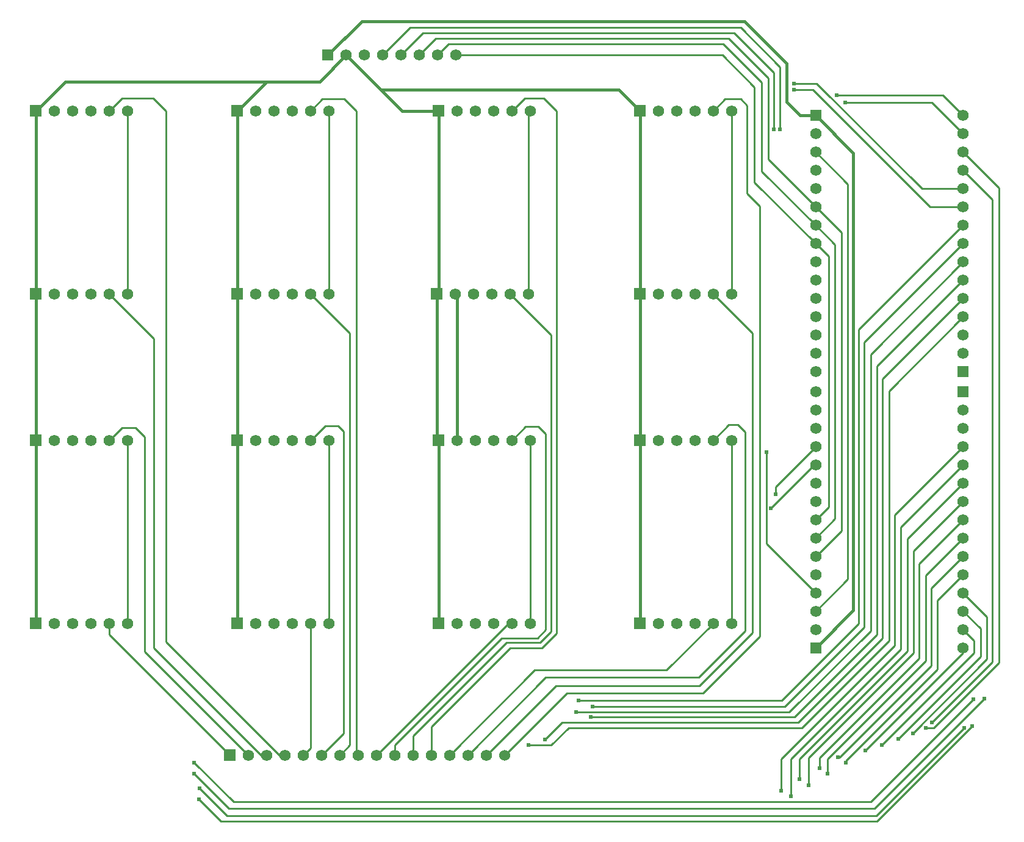
<source format=gtl>
G04 Layer: TopLayer*
G04 EasyEDA v6.5.9, 2022-10-13 02:00:02*
G04 e360aac8450f43158dbdd5a42fdb8d84,1d9ebe74aaba41f0b176b6c48231f753,10*
G04 Gerber Generator version 0.2*
G04 Scale: 100 percent, Rotated: No, Reflected: No *
G04 Dimensions in millimeters *
G04 leading zeros omitted , absolute positions ,4 integer and 5 decimal *
%FSLAX45Y45*%
%MOMM*%

%ADD10C,0.2540*%
%ADD11C,0.4000*%
%ADD12C,1.5748*%
%ADD13C,1.5240*%
%ADD14R,1.5748X1.5748*%
%ADD15C,0.6100*%
%ADD16C,0.0100*%

%LPD*%
D10*
X11049000Y6096000D02*
G01*
X11049000Y8636000D01*
D11*
X12217400Y8572500D02*
G01*
X12738100Y8051800D01*
X12738100Y1704847D01*
X12217400Y1184147D01*
D10*
X11531600Y3898900D02*
G01*
X11531600Y2632075D01*
X12217400Y1946275D01*
X14262100Y6286500D02*
G01*
X13068300Y5092700D01*
X13068300Y1371600D01*
X11925300Y228600D01*
X9093200Y228600D01*
D11*
X4191000Y8636000D02*
G01*
X4597400Y9042400D01*
X4847010Y9042400D01*
D10*
X6210300Y9410700D02*
G01*
X6591300Y9791700D01*
X11176000Y9791700D01*
X11722100Y9245600D01*
X11722100Y8382000D01*
X6464300Y9410700D02*
G01*
X6769100Y9715500D01*
X11087100Y9715500D01*
X11633200Y9169400D01*
X11633200Y8382000D01*
X6718300Y9410700D02*
G01*
X6946900Y9639300D01*
X11010900Y9639300D01*
X11557000Y9093200D01*
X11557000Y7962900D01*
X12217400Y7302500D01*
X12217400Y6794500D02*
G01*
X11366500Y7645400D01*
X11366500Y8966200D01*
X10922000Y9410700D01*
X7226300Y9410700D01*
X12217400Y7048500D02*
G01*
X11468100Y7797800D01*
X11468100Y9029700D01*
X10934700Y9563100D01*
X7124700Y9563100D01*
X6972300Y9410700D01*
D11*
X7213600Y6096000D02*
G01*
X7239000Y6070600D01*
X7239000Y4064000D01*
X4191000Y8636000D02*
G01*
X4191000Y6096000D01*
X6985000Y8636000D02*
G01*
X6477000Y8636000D01*
X5702300Y9410700D01*
D10*
X14262100Y7048500D02*
G01*
X12814300Y5600700D01*
X12814300Y1524000D01*
X11747500Y457200D01*
X8928100Y457200D01*
D11*
X5702300Y9410700D02*
G01*
X5334000Y9042400D01*
X1803400Y9042400D01*
X1397000Y8636000D01*
X1397000Y6096000D02*
G01*
X1397000Y4064000D01*
X1397000Y4064000D02*
G01*
X1397000Y1524000D01*
X6985000Y1524000D02*
G01*
X6985000Y4064000D01*
X9779000Y6096000D02*
G01*
X9779000Y4064000D01*
X9779000Y8636000D02*
G01*
X9779000Y6096000D01*
X9779000Y4064000D02*
G01*
X9779000Y1524000D01*
X6985000Y4064000D02*
G01*
X6959600Y4089400D01*
X6959600Y6096000D01*
X4191000Y4064000D02*
G01*
X4191000Y1524000D01*
X6959600Y6096000D02*
G01*
X6985000Y6121400D01*
X6985000Y8636000D01*
X4191000Y6096000D02*
G01*
X4191000Y4064000D01*
X9779000Y8636000D02*
G01*
X9486900Y8928100D01*
X6184900Y8928100D01*
X5702300Y9410700D01*
X12217400Y8572500D02*
G01*
X12001500Y8572500D01*
X11811000Y8763000D01*
X11811000Y9296400D01*
X11226800Y9880600D01*
X5918200Y9880600D01*
X5448300Y9410700D01*
D10*
X11734800Y-800100D02*
G01*
X11734800Y-355600D01*
X13309600Y1219200D01*
X13309600Y3025650D01*
X14262100Y3978150D01*
X13741400Y76200D02*
G01*
X13855700Y76200D01*
X14757400Y977900D01*
X14757400Y7569200D01*
X14262100Y8064500D01*
X8890000Y292100D02*
G01*
X11849100Y292100D01*
X12979400Y1422400D01*
X12979400Y5257800D01*
X14262100Y6540500D01*
X3657600Y-914400D02*
G01*
X3962400Y-1219200D01*
X13068300Y-1219200D01*
X14389100Y101600D01*
X3670300Y-762000D02*
G01*
X4051300Y-1143000D01*
X13055600Y-1143000D01*
X14274800Y76200D01*
X2413000Y6096000D02*
G01*
X3035300Y5473700D01*
X3035300Y1181100D01*
X4521200Y-304800D01*
X4597400Y-304800D01*
X14262100Y8318500D02*
G01*
X13830300Y8750300D01*
X12623800Y8750300D01*
X12509500Y8851900D02*
G01*
X13982700Y8851900D01*
X14262100Y8572500D01*
X14262100Y7556500D02*
G01*
X13690600Y7556500D01*
X12230100Y9017000D01*
X11912600Y9017000D01*
X11912600Y8928100D02*
G01*
X12179300Y8928100D01*
X13804900Y7302500D01*
X14262100Y7302500D01*
X3594100Y-406400D02*
G01*
X4140200Y-952500D01*
X12979400Y-952500D01*
X14401800Y469900D01*
X3594100Y-558800D02*
G01*
X4076700Y-1041400D01*
X13030200Y-1041400D01*
X14554200Y482600D01*
X12217400Y3978275D02*
G01*
X11658600Y3419475D01*
X11658600Y3314700D01*
X11595100Y3124200D02*
G01*
X12212637Y3741737D01*
X12217400Y3741737D01*
X7899400Y-304800D02*
G01*
X8763000Y558800D01*
X10655300Y558800D01*
X11442700Y1346200D01*
X11442700Y7311389D01*
X11264900Y7489189D01*
X11264900Y8712200D01*
X11176000Y8801100D01*
X10960100Y8801100D01*
X10795000Y8636000D01*
X10795000Y6096000D02*
G01*
X11341100Y5549900D01*
X11341100Y1397000D01*
X10604500Y660400D01*
X8610600Y660400D01*
X7645400Y-304800D01*
X7391400Y-304800D02*
G01*
X8470900Y774700D01*
X10591800Y774700D01*
X11239500Y1422400D01*
X11239500Y4178300D01*
X11137900Y4279900D01*
X11010900Y4279900D01*
X10795000Y4064000D01*
X12382500Y-558800D02*
G01*
X12382500Y-355600D01*
X13741400Y1003300D01*
X13741400Y2187575D01*
X14262100Y2708275D01*
X11988800Y-635000D02*
G01*
X11988800Y-355600D01*
X13487400Y1143000D01*
X13487400Y2695447D01*
X14262100Y3470147D01*
X12115800Y-723900D02*
G01*
X12115800Y-342900D01*
X13576300Y1117600D01*
X13576300Y2530347D01*
X14262100Y3216147D01*
X12217400Y8064500D02*
G01*
X12661900Y7620000D01*
X12661900Y2136775D01*
X12217400Y1692275D01*
X14262100Y6794500D02*
G01*
X12890500Y5422900D01*
X12890500Y1473200D01*
X11785600Y368300D01*
X9118600Y368300D01*
X14262100Y6032500D02*
G01*
X13144500Y4914900D01*
X13144500Y1320800D01*
X11976100Y152400D01*
X8699500Y152400D01*
X8458200Y-88900D01*
X14262100Y5778500D02*
G01*
X13233400Y4749800D01*
X13233400Y1282700D01*
X12026900Y76200D01*
X8788400Y76200D01*
X8547100Y-165100D01*
X8229600Y-165100D01*
X13563600Y0D02*
G01*
X14592300Y1028700D01*
X14592300Y1615947D01*
X14262100Y1946147D01*
X13830300Y152400D02*
G01*
X14668500Y990600D01*
X14668500Y7404100D01*
X14262100Y7810500D01*
X13360400Y-76200D02*
G01*
X14503400Y1066800D01*
X14503400Y1450847D01*
X14262100Y1692147D01*
X12636500Y-406400D02*
G01*
X12636500Y-381000D01*
X13906500Y889000D01*
X13906500Y1844675D01*
X14262100Y2200275D01*
X14262100Y2454275D02*
G01*
X13817600Y2009775D01*
X13817600Y939800D01*
X12547600Y-330200D01*
X12522200Y-330200D01*
X12268200Y-482600D02*
G01*
X12268200Y-342900D01*
X13652500Y1041400D01*
X13652500Y2352675D01*
X14262100Y2962275D01*
X11874500Y-876300D02*
G01*
X11874500Y-355600D01*
X13398500Y1168400D01*
X13398500Y2860675D01*
X14262100Y3724275D01*
X12217400Y7302500D02*
G01*
X12573000Y6946900D01*
X12573000Y2809747D01*
X12217400Y2454147D01*
X12217400Y2708275D02*
G01*
X12484100Y2974975D01*
X12484100Y6781800D01*
X12217400Y7048500D01*
X12217400Y6794500D02*
G01*
X12395200Y6616700D01*
X12395200Y3140075D01*
X12217400Y2962275D01*
X8255000Y8636000D02*
G01*
X8229600Y8610600D01*
X8229600Y6096000D01*
X14262100Y1438150D02*
G01*
X14414500Y1285750D01*
X14414500Y1117600D01*
X13131800Y-165100D01*
X14262100Y1184275D02*
G01*
X14262100Y1117600D01*
X12903200Y-241300D01*
X8001000Y8636000D02*
G01*
X8178800Y8813800D01*
X8445500Y8813800D01*
X8623300Y8636000D01*
X8623300Y1384300D01*
X8420100Y1181100D01*
X7975600Y1181100D01*
X6883400Y88900D01*
X6883400Y-304800D01*
X4343400Y-304800D02*
G01*
X2908300Y1130300D01*
X2908300Y4114800D01*
X2781300Y4241800D01*
X2590800Y4241800D01*
X2413000Y4064000D01*
X4851400Y-304800D02*
G01*
X4775200Y-304800D01*
X3200400Y1270000D01*
X3200400Y8636000D01*
X3022600Y8813800D01*
X2590800Y8813800D01*
X2413000Y8636000D01*
X5207000Y8636000D02*
G01*
X5372100Y8801100D01*
X5676900Y8801100D01*
X5842000Y8636000D01*
X5842000Y-279400D01*
X5867400Y-304800D01*
X5207000Y6096000D02*
G01*
X5753100Y5549900D01*
X5753100Y-165100D01*
X5613400Y-304800D01*
X5359400Y-304800D02*
G01*
X5664200Y0D01*
X5664200Y4191000D01*
X5588000Y4267200D01*
X5410200Y4267200D01*
X5207000Y4064000D01*
X6375400Y-304800D02*
G01*
X6375400Y-165100D01*
X7861300Y1320800D01*
X8356600Y1320800D01*
X8470900Y1435100D01*
X8470900Y4152900D01*
X8369300Y4254500D01*
X8191500Y4254500D01*
X8001000Y4064000D01*
X7975600Y6096000D02*
G01*
X8547100Y5524500D01*
X8547100Y1409700D01*
X8394700Y1257300D01*
X7924800Y1257300D01*
X6629400Y-38100D01*
X6629400Y-304800D01*
X7137400Y-304800D02*
G01*
X8318500Y876300D01*
X10147300Y876300D01*
X10795000Y1524000D01*
X6121400Y-304800D02*
G01*
X7950200Y1524000D01*
X8001000Y1524000D01*
X5461000Y6096000D02*
G01*
X5461000Y8636000D01*
X11049000Y4064000D02*
G01*
X11049000Y1524000D01*
X8255000Y4064000D02*
G01*
X8255000Y1524000D01*
X5461000Y1524000D02*
G01*
X5461000Y4064000D01*
X5105400Y-304800D02*
G01*
X5207000Y-203200D01*
X5207000Y1524000D01*
X8255000Y8636000D02*
G01*
X8229600Y8610600D01*
X2667000Y8636000D02*
G01*
X2667000Y6096000D01*
X2667000Y4064000D02*
G01*
X2667000Y1524000D01*
X4089400Y-304800D02*
G01*
X2413000Y1371600D01*
X2413000Y1524000D01*
D11*
X1397000Y8636000D02*
G01*
X1397000Y6096000D01*
D12*
G01*
X2667000Y4064000D03*
G01*
X2413000Y4064000D03*
G01*
X2159000Y4064000D03*
G01*
X1905000Y4064000D03*
G01*
X1651000Y4064000D03*
G36*
X1318260Y4142739D02*
G01*
X1475739Y4142739D01*
X1475739Y3985260D01*
X1318260Y3985260D01*
G37*
G01*
X2667000Y8636000D03*
G01*
X2413000Y8636000D03*
G01*
X2159000Y8636000D03*
G01*
X1905000Y8636000D03*
G01*
X1651000Y8636000D03*
G36*
X1318260Y8714739D02*
G01*
X1475739Y8714739D01*
X1475739Y8557260D01*
X1318260Y8557260D01*
G37*
G01*
X5461000Y4064000D03*
G01*
X5207000Y4064000D03*
G01*
X4953000Y4064000D03*
G01*
X4699000Y4064000D03*
G01*
X4445000Y4064000D03*
G36*
X4112259Y4142739D02*
G01*
X4269740Y4142739D01*
X4269740Y3985260D01*
X4112259Y3985260D01*
G37*
G01*
X5461000Y8636000D03*
G01*
X5207000Y8636000D03*
G01*
X4953000Y8636000D03*
G01*
X4699000Y8636000D03*
G01*
X4445000Y8636000D03*
G36*
X4112259Y8714739D02*
G01*
X4269740Y8714739D01*
X4269740Y8557260D01*
X4112259Y8557260D01*
G37*
G01*
X8255000Y4064000D03*
G01*
X8001000Y4064000D03*
G01*
X7747000Y4064000D03*
G01*
X7493000Y4064000D03*
G01*
X7239000Y4064000D03*
G36*
X6906259Y4142739D02*
G01*
X7063740Y4142739D01*
X7063740Y3985260D01*
X6906259Y3985260D01*
G37*
G01*
X8255000Y8636000D03*
G01*
X8001000Y8636000D03*
G01*
X7747000Y8636000D03*
G01*
X7493000Y8636000D03*
G01*
X7239000Y8636000D03*
G36*
X6906259Y8714739D02*
G01*
X7063740Y8714739D01*
X7063740Y8557260D01*
X6906259Y8557260D01*
G37*
G01*
X11049000Y4064000D03*
G01*
X10795000Y4064000D03*
G01*
X10541000Y4064000D03*
G01*
X10287000Y4064000D03*
G01*
X10033000Y4064000D03*
G36*
X9700259Y4142739D02*
G01*
X9857740Y4142739D01*
X9857740Y3985260D01*
X9700259Y3985260D01*
G37*
G01*
X11049000Y8636000D03*
G01*
X10795000Y8636000D03*
G01*
X10541000Y8636000D03*
G01*
X10287000Y8636000D03*
G01*
X10033000Y8636000D03*
G36*
X9700259Y8714739D02*
G01*
X9857740Y8714739D01*
X9857740Y8557260D01*
X9700259Y8557260D01*
G37*
G01*
X2667000Y1524000D03*
G01*
X2413000Y1524000D03*
G01*
X2159000Y1524000D03*
G01*
X1905000Y1524000D03*
G01*
X1651000Y1524000D03*
G36*
X1318260Y1602739D02*
G01*
X1475739Y1602739D01*
X1475739Y1445260D01*
X1318260Y1445260D01*
G37*
G01*
X2667000Y6096000D03*
G01*
X2413000Y6096000D03*
G01*
X2159000Y6096000D03*
G01*
X1905000Y6096000D03*
G01*
X1651000Y6096000D03*
G36*
X1318260Y6174739D02*
G01*
X1475739Y6174739D01*
X1475739Y6017260D01*
X1318260Y6017260D01*
G37*
G01*
X5461000Y1524000D03*
G01*
X5207000Y1524000D03*
G01*
X4953000Y1524000D03*
G01*
X4699000Y1524000D03*
G01*
X4445000Y1524000D03*
G36*
X4112259Y1602739D02*
G01*
X4269740Y1602739D01*
X4269740Y1445260D01*
X4112259Y1445260D01*
G37*
G01*
X5461000Y6096000D03*
G01*
X5207000Y6096000D03*
G01*
X4953000Y6096000D03*
G01*
X4699000Y6096000D03*
G01*
X4445000Y6096000D03*
G36*
X4112259Y6174739D02*
G01*
X4269740Y6174739D01*
X4269740Y6017260D01*
X4112259Y6017260D01*
G37*
G01*
X8255000Y1524000D03*
G01*
X8001000Y1524000D03*
G01*
X7747000Y1524000D03*
G01*
X7493000Y1524000D03*
G01*
X7239000Y1524000D03*
G36*
X6906259Y1602739D02*
G01*
X7063740Y1602739D01*
X7063740Y1445260D01*
X6906259Y1445260D01*
G37*
G01*
X8229600Y6096000D03*
G01*
X7975600Y6096000D03*
G01*
X7721600Y6096000D03*
G01*
X7467600Y6096000D03*
G01*
X7213600Y6096000D03*
G36*
X6880859Y6174739D02*
G01*
X7038340Y6174739D01*
X7038340Y6017260D01*
X6880859Y6017260D01*
G37*
G01*
X11049000Y1524000D03*
G01*
X10795000Y1524000D03*
G01*
X10541000Y1524000D03*
G01*
X10287000Y1524000D03*
G01*
X10033000Y1524000D03*
G36*
X9700259Y1602739D02*
G01*
X9857740Y1602739D01*
X9857740Y1445260D01*
X9700259Y1445260D01*
G37*
G01*
X11049000Y6096000D03*
G01*
X10795000Y6096000D03*
G01*
X10541000Y6096000D03*
G01*
X10287000Y6096000D03*
G01*
X10033000Y6096000D03*
G36*
X9700259Y6174739D02*
G01*
X9857740Y6174739D01*
X9857740Y6017260D01*
X9700259Y6017260D01*
G37*
G01*
X7645400Y-304800D03*
G01*
X7391400Y-304800D03*
G01*
X7137400Y-304800D03*
G01*
X6883400Y-304800D03*
G01*
X6629400Y-304800D03*
G01*
X6375400Y-304800D03*
G01*
X6121400Y-304800D03*
G01*
X5867400Y-304800D03*
G01*
X5613400Y-304800D03*
G01*
X5359400Y-304800D03*
G01*
X5105400Y-304800D03*
G01*
X4851400Y-304800D03*
G01*
X4597400Y-304800D03*
G01*
X4343400Y-304800D03*
G36*
X4010659Y-226060D02*
G01*
X4168140Y-226060D01*
X4168140Y-383539D01*
X4010659Y-383539D01*
G37*
D13*
G01*
X7899400Y-304800D03*
D12*
G01*
X12217400Y4740275D03*
G01*
X12217400Y4486275D03*
G01*
X12217400Y4232275D03*
G01*
X12217400Y3978275D03*
G01*
X12217400Y3724275D03*
G01*
X12217400Y3470275D03*
G01*
X12217400Y3216275D03*
G01*
X12217400Y2962275D03*
G01*
X12217400Y2708275D03*
G01*
X12217400Y2454275D03*
G01*
X12217400Y2200275D03*
G01*
X12217400Y1946275D03*
G01*
X12217400Y1692275D03*
G01*
X12217400Y1438275D03*
D14*
G01*
X12217400Y1184275D03*
D12*
G01*
X14262100Y1184275D03*
G01*
X14262100Y1438275D03*
G01*
X14262100Y1692275D03*
G01*
X14262100Y1946275D03*
G01*
X14262100Y2200275D03*
G01*
X14262100Y2454275D03*
G01*
X14262100Y2708275D03*
G01*
X14262100Y2962275D03*
G01*
X14262100Y3216275D03*
G01*
X14262100Y3470275D03*
G01*
X14262100Y3724275D03*
G01*
X14262100Y3978275D03*
G01*
X14262100Y4232275D03*
G01*
X14262100Y4486275D03*
D14*
G01*
X14262100Y4740275D03*
D12*
G01*
X12217400Y5016500D03*
G01*
X12217400Y5270500D03*
G01*
X12217400Y5524500D03*
G01*
X12217400Y5778500D03*
G01*
X12217400Y6032500D03*
G01*
X12217400Y6286500D03*
G01*
X12217400Y6540500D03*
G01*
X12217400Y6794500D03*
G01*
X12217400Y7048500D03*
G01*
X12217400Y7302500D03*
G01*
X12217400Y7556500D03*
G01*
X12217400Y7810500D03*
G01*
X12217400Y8064500D03*
G01*
X12217400Y8318500D03*
D14*
G01*
X12217400Y8572500D03*
D12*
G01*
X14262100Y8572500D03*
G01*
X14262100Y8318500D03*
G01*
X14262100Y8064500D03*
G01*
X14262100Y7810500D03*
G01*
X14262100Y7556500D03*
G01*
X14262100Y7302500D03*
G01*
X14262100Y7048500D03*
G01*
X14262100Y6794500D03*
G01*
X14262100Y6540500D03*
G01*
X14262100Y6286500D03*
G01*
X14262100Y6032500D03*
G01*
X14262100Y5778500D03*
G01*
X14262100Y5524500D03*
G01*
X14262100Y5270500D03*
D14*
G01*
X14262100Y5016500D03*
G36*
X5369559Y9489439D02*
G01*
X5527040Y9489439D01*
X5527040Y9331960D01*
X5369559Y9331960D01*
G37*
D12*
G01*
X5702300Y9410700D03*
G01*
X5956300Y9410700D03*
G01*
X6210300Y9410700D03*
G01*
X6464300Y9410700D03*
G01*
X6718300Y9410700D03*
G01*
X6972300Y9410700D03*
G01*
X7226300Y9410700D03*
D15*
G01*
X8229600Y-165100D03*
G01*
X8458200Y-88900D03*
G01*
X8890000Y292100D03*
G01*
X9093200Y228600D03*
G01*
X9118600Y368300D03*
G01*
X8928100Y457200D03*
G01*
X11988800Y-635000D03*
G01*
X11734800Y-800100D03*
G01*
X11874500Y-876300D03*
G01*
X12382500Y-558800D03*
G01*
X12268200Y-482600D03*
G01*
X12115800Y-723900D03*
G01*
X12522200Y-330200D03*
G01*
X12636500Y-406400D03*
G01*
X12903200Y-241300D03*
G01*
X13131800Y-165100D03*
G01*
X13830300Y152400D03*
G01*
X13741400Y76200D03*
G01*
X13563600Y0D03*
G01*
X13360400Y-76200D03*
G01*
X14274800Y76200D03*
G01*
X14389100Y101600D03*
G01*
X14554200Y482600D03*
G01*
X14401800Y469900D03*
G01*
X11595100Y3124200D03*
G01*
X11658600Y3314700D03*
G01*
X11531600Y3898900D03*
G01*
X11912600Y8928100D03*
G01*
X11912600Y9017000D03*
G01*
X12509500Y8851900D03*
G01*
X12623800Y8750300D03*
G01*
X11722100Y8382000D03*
G01*
X11633200Y8382000D03*
G01*
X3657600Y-914400D03*
G01*
X3670300Y-762000D03*
G01*
X3594100Y-558800D03*
G01*
X3594100Y-406400D03*
M02*

</source>
